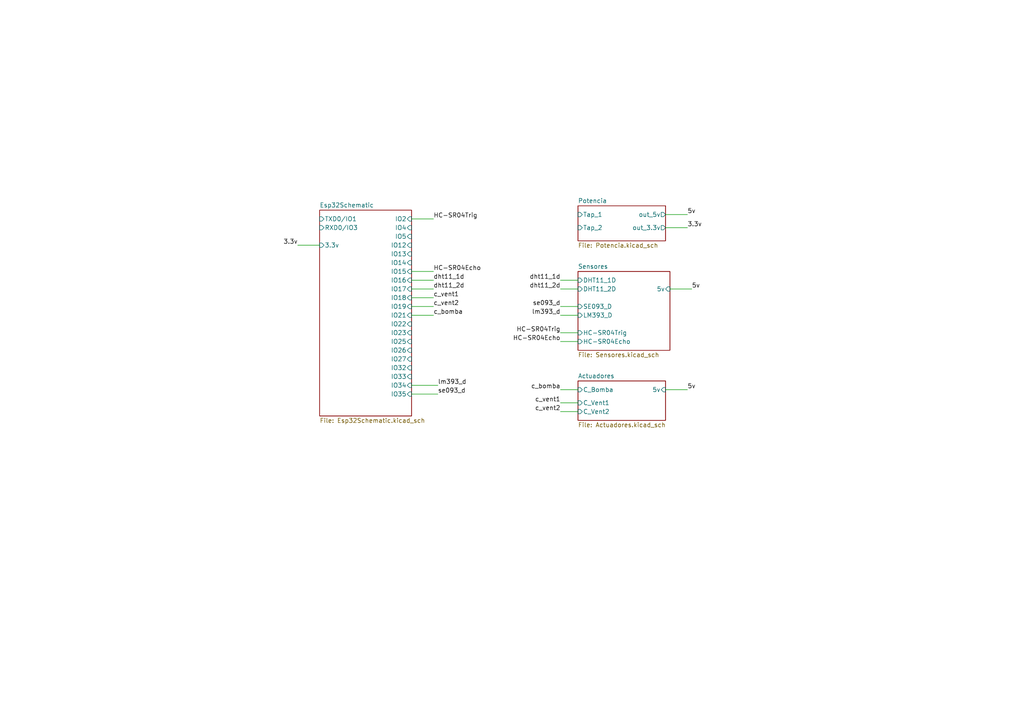
<source format=kicad_sch>
(kicad_sch (version 20211123) (generator eeschema)
  (paper "A4")
  (lib_symbols)
  (wire (pts (xy 162.56 91.44) (xy 167.64 91.44)))
  (wire (pts (xy 162.56 116.84) (xy 167.64 116.84)))
  (wire (pts (xy 119.38 114.3) (xy 127 114.3)))
  (wire (pts (xy 119.38 88.9) (xy 125.73 88.9)))
  (wire (pts (xy 162.56 81.28) (xy 167.64 81.28)))
  (wire (pts (xy 119.38 83.82) (xy 125.73 83.82)))
  (wire (pts (xy 119.38 86.36) (xy 125.73 86.36)))
  (wire (pts (xy 119.38 63.5) (xy 125.73 63.5)))
  (wire (pts (xy 162.56 119.38) (xy 167.64 119.38)))
  (wire (pts (xy 119.38 91.44) (xy 125.73 91.44)))
  (wire (pts (xy 194.31 83.82) (xy 200.66 83.82)))
  (wire (pts (xy 119.38 81.28) (xy 125.73 81.28)))
  (wire (pts (xy 119.38 111.76) (xy 127 111.76)))
  (wire (pts (xy 162.56 83.82) (xy 167.64 83.82)))
  (wire (pts (xy 193.04 62.23) (xy 199.39 62.23)))
  (wire (pts (xy 193.04 113.03) (xy 199.39 113.03)))
  (wire (pts (xy 193.04 66.04) (xy 199.39 66.04)))
  (wire (pts (xy 162.56 96.52) (xy 167.64 96.52)))
  (wire (pts (xy 162.56 99.06) (xy 167.64 99.06)))
  (wire (pts (xy 162.56 88.9) (xy 167.64 88.9)))
  (wire (pts (xy 86.36 71.12) (xy 92.71 71.12)))
  (wire (pts (xy 119.38 78.74) (xy 125.73 78.74)))
  (wire (pts (xy 162.56 113.03) (xy 167.64 113.03)))
  (label "c_vent1" (at 162.56 116.84 180))
  (label "5v" (at 199.39 62.23 0))
  (label "3.3v" (at 86.36 71.12 180))
  (label "5v" (at 200.66 83.82 0))
  (label "HC-SR04Trig" (at 162.56 96.52 180))
  (label "c_bomba" (at 162.56 113.03 180))
  (label "se093_d" (at 127 114.3 0))
  (label "lm393_d" (at 127 111.76 0))
  (label "5v" (at 199.39 113.03 0))
  (label "dht11_1d" (at 162.56 81.28 180))
  (label "HC-SR04Echo" (at 125.73 78.74 0))
  (label "dht11_2d" (at 162.56 83.82 180))
  (label "lm393_d" (at 162.56 91.44 180))
  (label "c_vent2" (at 125.73 88.9 0))
  (label "3.3v" (at 199.39 66.04 0))
  (label "c_bomba" (at 125.73 91.44 0))
  (label "c_vent1" (at 125.73 86.36 0))
  (label "HC-SR04Trig" (at 125.73 63.5 0))
  (label "dht11_1d" (at 125.73 81.28 0))
  (label "HC-SR04Echo" (at 162.56 99.06 180))
  (label "se093_d" (at 162.56 88.9 180))
  (label "c_vent2" (at 162.56 119.38 180))
  (label "dht11_2d" (at 125.73 83.82 0))
  (sheet (at 92.71 60.96) (size 26.67 59.69) (stroke (width 0.1524))
    (property "Sheet name" "Esp32Schematic" (at 92.71 60.2484 0) (effects (justify left bottom)))
    (property "Sheet file" "Esp32Schematic.kicad_sch" (at 92.71 121.2346 0) (effects (justify left top)))
    (pin "TXD0{slash}IO1" input (at 92.71 63.5 180))
    (pin "IO35" input (at 119.38 114.3 0))
    (pin "IO34" input (at 119.38 111.76 0))
    (pin "IO2" input (at 119.38 63.5 0))
    (pin "IO4" input (at 119.38 66.04 0))
    (pin "RXD0{slash}IO3" input (at 92.71 66.04 180))
    (pin "IO5" input (at 119.38 68.58 0))
    (pin "IO12" input (at 119.38 71.12 0))
    (pin "IO13" input (at 119.38 73.66 0))
    (pin "IO14" input (at 119.38 76.2 0))
    (pin "IO15" input (at 119.38 78.74 0))
    (pin "IO16" input (at 119.38 81.28 0))
    (pin "IO17" input (at 119.38 83.82 0))
    (pin "IO18" input (at 119.38 86.36 0))
    (pin "IO19" input (at 119.38 88.9 0))
    (pin "IO21" input (at 119.38 91.44 0))
    (pin "IO22" input (at 119.38 93.98 0))
    (pin "IO23" input (at 119.38 96.52 0))
    (pin "IO25" input (at 119.38 99.06 0))
    (pin "IO26" input (at 119.38 101.6 0))
    (pin "IO27" input (at 119.38 104.14 0))
    (pin "IO32" input (at 119.38 106.68 0))
    (pin "IO33" input (at 119.38 109.22 0))
    (pin "3.3v" input (at 92.71 71.12 180))
  )
  (sheet (at 167.64 59.69) (size 25.4 10.16) (stroke (width 0.1524))
    (property "Sheet name" "Potencia" (at 167.64 58.9784 0) (effects (justify left bottom)))
    (property "Sheet file" "Potencia.kicad_sch" (at 167.64 70.4346 0) (effects (justify left top)))
    (pin "Tap_1" input (at 167.64 62.23 180))
    (pin "Tap_2" input (at 167.64 66.04 180))
    (pin "out_5v" output (at 193.04 62.23 0))
    (pin "out_3.3v" output (at 193.04 66.04 0))
  )
  (sheet (at 167.64 78.74) (size 26.67 22.86) (stroke (width 0.1524))
    (property "Sheet name" "Sensores" (at 167.64 78.0284 0) (effects (justify left bottom)))
    (property "Sheet file" "Sensores.kicad_sch" (at 167.64 102.1846 0) (effects (justify left top)))
    (pin "DHT11_2D" input (at 167.64 83.82 180))
    (pin "DHT11_1D" input (at 167.64 81.28 180))
    (pin "SE093_D" input (at 167.64 88.9 180))
    (pin "LM393_D" input (at 167.64 91.44 180))
    (pin "5v" input (at 194.31 83.82 0))
    (pin "HC-SR04Trig" input (at 167.64 96.52 180))
    (pin "HC-SR04Echo" input (at 167.64 99.06 180))
  )
  (sheet (at 167.64 110.49) (size 25.4 11.43) (stroke (width 0.1524))
    (property "Sheet name" "Actuadores" (at 167.64 109.7784 0) (effects (justify left bottom)))
    (property "Sheet file" "Actuadores.kicad_sch" (at 167.64 122.5046 0) (effects (justify left top)))
    (pin "C_Bomba" input (at 167.64 113.03 180))
    (pin "C_Vent1" input (at 167.64 116.84 180))
    (pin "C_Vent2" input (at 167.64 119.38 180))
    (pin "5v" input (at 193.04 113.03 0))
  )
)
</source>
